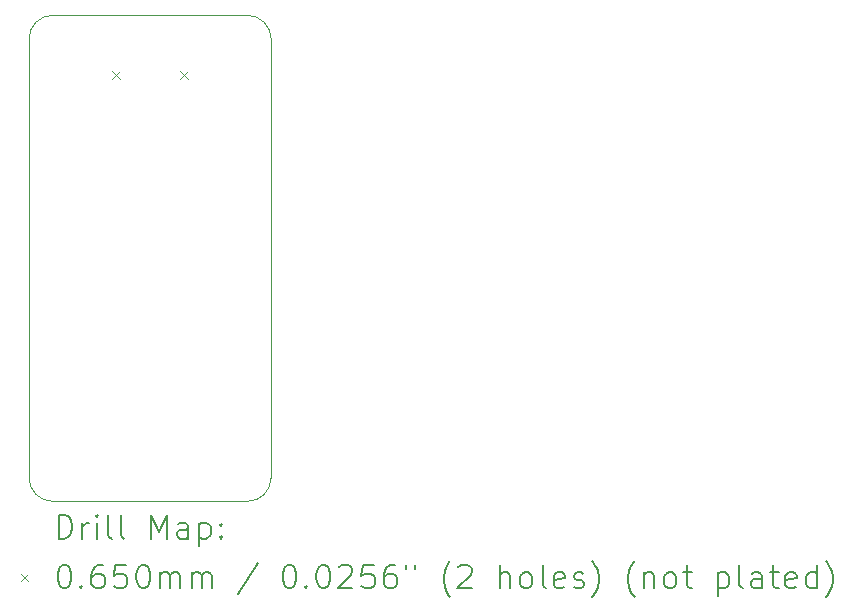
<source format=gbr>
%TF.GenerationSoftware,KiCad,Pcbnew,(6.0.8)*%
%TF.CreationDate,2023-05-03T15:07:50+02:00*%
%TF.ProjectId,Floppy Board v3.1,466c6f70-7079-4204-926f-617264207633,3.0*%
%TF.SameCoordinates,Original*%
%TF.FileFunction,Drillmap*%
%TF.FilePolarity,Positive*%
%FSLAX45Y45*%
G04 Gerber Fmt 4.5, Leading zero omitted, Abs format (unit mm)*
G04 Created by KiCad (PCBNEW (6.0.8)) date 2023-05-03 15:07:50*
%MOMM*%
%LPD*%
G01*
G04 APERTURE LIST*
%ADD10C,0.100000*%
%ADD11C,0.200000*%
%ADD12C,0.065000*%
G04 APERTURE END LIST*
D10*
X15181200Y-11080800D02*
X15181200Y-7366000D01*
X15381200Y-7166000D02*
X17031200Y-7166000D01*
X17031200Y-11280800D02*
G75*
G03*
X17231200Y-11080800I0J200000D01*
G01*
X15181200Y-11080800D02*
G75*
G03*
X15381200Y-11280800I200000J0D01*
G01*
X15381200Y-7166000D02*
G75*
G03*
X15181200Y-7366000I0J-200000D01*
G01*
X17031200Y-11280800D02*
X15381200Y-11280800D01*
X17231200Y-7366000D02*
G75*
G03*
X17031200Y-7166000I-200000J0D01*
G01*
X17231200Y-7366000D02*
X17231200Y-11080800D01*
D11*
D12*
X15884200Y-7640550D02*
X15949200Y-7705550D01*
X15949200Y-7640550D02*
X15884200Y-7705550D01*
X16462200Y-7640550D02*
X16527200Y-7705550D01*
X16527200Y-7640550D02*
X16462200Y-7705550D01*
D11*
X15433819Y-11596276D02*
X15433819Y-11396276D01*
X15481438Y-11396276D01*
X15510009Y-11405800D01*
X15529057Y-11424848D01*
X15538581Y-11443895D01*
X15548105Y-11481990D01*
X15548105Y-11510562D01*
X15538581Y-11548657D01*
X15529057Y-11567705D01*
X15510009Y-11586752D01*
X15481438Y-11596276D01*
X15433819Y-11596276D01*
X15633819Y-11596276D02*
X15633819Y-11462943D01*
X15633819Y-11501038D02*
X15643343Y-11481990D01*
X15652867Y-11472467D01*
X15671914Y-11462943D01*
X15690962Y-11462943D01*
X15757628Y-11596276D02*
X15757628Y-11462943D01*
X15757628Y-11396276D02*
X15748105Y-11405800D01*
X15757628Y-11415324D01*
X15767152Y-11405800D01*
X15757628Y-11396276D01*
X15757628Y-11415324D01*
X15881438Y-11596276D02*
X15862390Y-11586752D01*
X15852867Y-11567705D01*
X15852867Y-11396276D01*
X15986200Y-11596276D02*
X15967152Y-11586752D01*
X15957628Y-11567705D01*
X15957628Y-11396276D01*
X16214771Y-11596276D02*
X16214771Y-11396276D01*
X16281438Y-11539133D01*
X16348105Y-11396276D01*
X16348105Y-11596276D01*
X16529057Y-11596276D02*
X16529057Y-11491514D01*
X16519533Y-11472467D01*
X16500486Y-11462943D01*
X16462390Y-11462943D01*
X16443343Y-11472467D01*
X16529057Y-11586752D02*
X16510009Y-11596276D01*
X16462390Y-11596276D01*
X16443343Y-11586752D01*
X16433819Y-11567705D01*
X16433819Y-11548657D01*
X16443343Y-11529609D01*
X16462390Y-11520086D01*
X16510009Y-11520086D01*
X16529057Y-11510562D01*
X16624295Y-11462943D02*
X16624295Y-11662943D01*
X16624295Y-11472467D02*
X16643343Y-11462943D01*
X16681438Y-11462943D01*
X16700486Y-11472467D01*
X16710009Y-11481990D01*
X16719533Y-11501038D01*
X16719533Y-11558181D01*
X16710009Y-11577228D01*
X16700486Y-11586752D01*
X16681438Y-11596276D01*
X16643343Y-11596276D01*
X16624295Y-11586752D01*
X16805248Y-11577228D02*
X16814771Y-11586752D01*
X16805248Y-11596276D01*
X16795724Y-11586752D01*
X16805248Y-11577228D01*
X16805248Y-11596276D01*
X16805248Y-11472467D02*
X16814771Y-11481990D01*
X16805248Y-11491514D01*
X16795724Y-11481990D01*
X16805248Y-11472467D01*
X16805248Y-11491514D01*
D12*
X15111200Y-11893300D02*
X15176200Y-11958300D01*
X15176200Y-11893300D02*
X15111200Y-11958300D01*
D11*
X15471914Y-11816276D02*
X15490962Y-11816276D01*
X15510009Y-11825800D01*
X15519533Y-11835324D01*
X15529057Y-11854371D01*
X15538581Y-11892467D01*
X15538581Y-11940086D01*
X15529057Y-11978181D01*
X15519533Y-11997228D01*
X15510009Y-12006752D01*
X15490962Y-12016276D01*
X15471914Y-12016276D01*
X15452867Y-12006752D01*
X15443343Y-11997228D01*
X15433819Y-11978181D01*
X15424295Y-11940086D01*
X15424295Y-11892467D01*
X15433819Y-11854371D01*
X15443343Y-11835324D01*
X15452867Y-11825800D01*
X15471914Y-11816276D01*
X15624295Y-11997228D02*
X15633819Y-12006752D01*
X15624295Y-12016276D01*
X15614771Y-12006752D01*
X15624295Y-11997228D01*
X15624295Y-12016276D01*
X15805248Y-11816276D02*
X15767152Y-11816276D01*
X15748105Y-11825800D01*
X15738581Y-11835324D01*
X15719533Y-11863895D01*
X15710009Y-11901990D01*
X15710009Y-11978181D01*
X15719533Y-11997228D01*
X15729057Y-12006752D01*
X15748105Y-12016276D01*
X15786200Y-12016276D01*
X15805248Y-12006752D01*
X15814771Y-11997228D01*
X15824295Y-11978181D01*
X15824295Y-11930562D01*
X15814771Y-11911514D01*
X15805248Y-11901990D01*
X15786200Y-11892467D01*
X15748105Y-11892467D01*
X15729057Y-11901990D01*
X15719533Y-11911514D01*
X15710009Y-11930562D01*
X16005248Y-11816276D02*
X15910009Y-11816276D01*
X15900486Y-11911514D01*
X15910009Y-11901990D01*
X15929057Y-11892467D01*
X15976676Y-11892467D01*
X15995724Y-11901990D01*
X16005248Y-11911514D01*
X16014771Y-11930562D01*
X16014771Y-11978181D01*
X16005248Y-11997228D01*
X15995724Y-12006752D01*
X15976676Y-12016276D01*
X15929057Y-12016276D01*
X15910009Y-12006752D01*
X15900486Y-11997228D01*
X16138581Y-11816276D02*
X16157628Y-11816276D01*
X16176676Y-11825800D01*
X16186200Y-11835324D01*
X16195724Y-11854371D01*
X16205248Y-11892467D01*
X16205248Y-11940086D01*
X16195724Y-11978181D01*
X16186200Y-11997228D01*
X16176676Y-12006752D01*
X16157628Y-12016276D01*
X16138581Y-12016276D01*
X16119533Y-12006752D01*
X16110009Y-11997228D01*
X16100486Y-11978181D01*
X16090962Y-11940086D01*
X16090962Y-11892467D01*
X16100486Y-11854371D01*
X16110009Y-11835324D01*
X16119533Y-11825800D01*
X16138581Y-11816276D01*
X16290962Y-12016276D02*
X16290962Y-11882943D01*
X16290962Y-11901990D02*
X16300486Y-11892467D01*
X16319533Y-11882943D01*
X16348105Y-11882943D01*
X16367152Y-11892467D01*
X16376676Y-11911514D01*
X16376676Y-12016276D01*
X16376676Y-11911514D02*
X16386200Y-11892467D01*
X16405248Y-11882943D01*
X16433819Y-11882943D01*
X16452867Y-11892467D01*
X16462390Y-11911514D01*
X16462390Y-12016276D01*
X16557628Y-12016276D02*
X16557628Y-11882943D01*
X16557628Y-11901990D02*
X16567152Y-11892467D01*
X16586200Y-11882943D01*
X16614771Y-11882943D01*
X16633819Y-11892467D01*
X16643343Y-11911514D01*
X16643343Y-12016276D01*
X16643343Y-11911514D02*
X16652867Y-11892467D01*
X16671914Y-11882943D01*
X16700486Y-11882943D01*
X16719533Y-11892467D01*
X16729057Y-11911514D01*
X16729057Y-12016276D01*
X17119533Y-11806752D02*
X16948105Y-12063895D01*
X17376676Y-11816276D02*
X17395724Y-11816276D01*
X17414771Y-11825800D01*
X17424295Y-11835324D01*
X17433819Y-11854371D01*
X17443343Y-11892467D01*
X17443343Y-11940086D01*
X17433819Y-11978181D01*
X17424295Y-11997228D01*
X17414771Y-12006752D01*
X17395724Y-12016276D01*
X17376676Y-12016276D01*
X17357629Y-12006752D01*
X17348105Y-11997228D01*
X17338581Y-11978181D01*
X17329057Y-11940086D01*
X17329057Y-11892467D01*
X17338581Y-11854371D01*
X17348105Y-11835324D01*
X17357629Y-11825800D01*
X17376676Y-11816276D01*
X17529057Y-11997228D02*
X17538581Y-12006752D01*
X17529057Y-12016276D01*
X17519533Y-12006752D01*
X17529057Y-11997228D01*
X17529057Y-12016276D01*
X17662390Y-11816276D02*
X17681438Y-11816276D01*
X17700486Y-11825800D01*
X17710010Y-11835324D01*
X17719533Y-11854371D01*
X17729057Y-11892467D01*
X17729057Y-11940086D01*
X17719533Y-11978181D01*
X17710010Y-11997228D01*
X17700486Y-12006752D01*
X17681438Y-12016276D01*
X17662390Y-12016276D01*
X17643343Y-12006752D01*
X17633819Y-11997228D01*
X17624295Y-11978181D01*
X17614771Y-11940086D01*
X17614771Y-11892467D01*
X17624295Y-11854371D01*
X17633819Y-11835324D01*
X17643343Y-11825800D01*
X17662390Y-11816276D01*
X17805248Y-11835324D02*
X17814771Y-11825800D01*
X17833819Y-11816276D01*
X17881438Y-11816276D01*
X17900486Y-11825800D01*
X17910010Y-11835324D01*
X17919533Y-11854371D01*
X17919533Y-11873419D01*
X17910010Y-11901990D01*
X17795724Y-12016276D01*
X17919533Y-12016276D01*
X18100486Y-11816276D02*
X18005248Y-11816276D01*
X17995724Y-11911514D01*
X18005248Y-11901990D01*
X18024295Y-11892467D01*
X18071914Y-11892467D01*
X18090962Y-11901990D01*
X18100486Y-11911514D01*
X18110010Y-11930562D01*
X18110010Y-11978181D01*
X18100486Y-11997228D01*
X18090962Y-12006752D01*
X18071914Y-12016276D01*
X18024295Y-12016276D01*
X18005248Y-12006752D01*
X17995724Y-11997228D01*
X18281438Y-11816276D02*
X18243343Y-11816276D01*
X18224295Y-11825800D01*
X18214771Y-11835324D01*
X18195724Y-11863895D01*
X18186200Y-11901990D01*
X18186200Y-11978181D01*
X18195724Y-11997228D01*
X18205248Y-12006752D01*
X18224295Y-12016276D01*
X18262390Y-12016276D01*
X18281438Y-12006752D01*
X18290962Y-11997228D01*
X18300486Y-11978181D01*
X18300486Y-11930562D01*
X18290962Y-11911514D01*
X18281438Y-11901990D01*
X18262390Y-11892467D01*
X18224295Y-11892467D01*
X18205248Y-11901990D01*
X18195724Y-11911514D01*
X18186200Y-11930562D01*
X18376676Y-11816276D02*
X18376676Y-11854371D01*
X18452867Y-11816276D02*
X18452867Y-11854371D01*
X18748105Y-12092467D02*
X18738581Y-12082943D01*
X18719533Y-12054371D01*
X18710010Y-12035324D01*
X18700486Y-12006752D01*
X18690962Y-11959133D01*
X18690962Y-11921038D01*
X18700486Y-11873419D01*
X18710010Y-11844848D01*
X18719533Y-11825800D01*
X18738581Y-11797228D01*
X18748105Y-11787705D01*
X18814771Y-11835324D02*
X18824295Y-11825800D01*
X18843343Y-11816276D01*
X18890962Y-11816276D01*
X18910010Y-11825800D01*
X18919533Y-11835324D01*
X18929057Y-11854371D01*
X18929057Y-11873419D01*
X18919533Y-11901990D01*
X18805248Y-12016276D01*
X18929057Y-12016276D01*
X19167152Y-12016276D02*
X19167152Y-11816276D01*
X19252867Y-12016276D02*
X19252867Y-11911514D01*
X19243343Y-11892467D01*
X19224295Y-11882943D01*
X19195724Y-11882943D01*
X19176676Y-11892467D01*
X19167152Y-11901990D01*
X19376676Y-12016276D02*
X19357629Y-12006752D01*
X19348105Y-11997228D01*
X19338581Y-11978181D01*
X19338581Y-11921038D01*
X19348105Y-11901990D01*
X19357629Y-11892467D01*
X19376676Y-11882943D01*
X19405248Y-11882943D01*
X19424295Y-11892467D01*
X19433819Y-11901990D01*
X19443343Y-11921038D01*
X19443343Y-11978181D01*
X19433819Y-11997228D01*
X19424295Y-12006752D01*
X19405248Y-12016276D01*
X19376676Y-12016276D01*
X19557629Y-12016276D02*
X19538581Y-12006752D01*
X19529057Y-11987705D01*
X19529057Y-11816276D01*
X19710010Y-12006752D02*
X19690962Y-12016276D01*
X19652867Y-12016276D01*
X19633819Y-12006752D01*
X19624295Y-11987705D01*
X19624295Y-11911514D01*
X19633819Y-11892467D01*
X19652867Y-11882943D01*
X19690962Y-11882943D01*
X19710010Y-11892467D01*
X19719533Y-11911514D01*
X19719533Y-11930562D01*
X19624295Y-11949609D01*
X19795724Y-12006752D02*
X19814771Y-12016276D01*
X19852867Y-12016276D01*
X19871914Y-12006752D01*
X19881438Y-11987705D01*
X19881438Y-11978181D01*
X19871914Y-11959133D01*
X19852867Y-11949609D01*
X19824295Y-11949609D01*
X19805248Y-11940086D01*
X19795724Y-11921038D01*
X19795724Y-11911514D01*
X19805248Y-11892467D01*
X19824295Y-11882943D01*
X19852867Y-11882943D01*
X19871914Y-11892467D01*
X19948105Y-12092467D02*
X19957629Y-12082943D01*
X19976676Y-12054371D01*
X19986200Y-12035324D01*
X19995724Y-12006752D01*
X20005248Y-11959133D01*
X20005248Y-11921038D01*
X19995724Y-11873419D01*
X19986200Y-11844848D01*
X19976676Y-11825800D01*
X19957629Y-11797228D01*
X19948105Y-11787705D01*
X20310010Y-12092467D02*
X20300486Y-12082943D01*
X20281438Y-12054371D01*
X20271914Y-12035324D01*
X20262390Y-12006752D01*
X20252867Y-11959133D01*
X20252867Y-11921038D01*
X20262390Y-11873419D01*
X20271914Y-11844848D01*
X20281438Y-11825800D01*
X20300486Y-11797228D01*
X20310010Y-11787705D01*
X20386200Y-11882943D02*
X20386200Y-12016276D01*
X20386200Y-11901990D02*
X20395724Y-11892467D01*
X20414771Y-11882943D01*
X20443343Y-11882943D01*
X20462390Y-11892467D01*
X20471914Y-11911514D01*
X20471914Y-12016276D01*
X20595724Y-12016276D02*
X20576676Y-12006752D01*
X20567152Y-11997228D01*
X20557629Y-11978181D01*
X20557629Y-11921038D01*
X20567152Y-11901990D01*
X20576676Y-11892467D01*
X20595724Y-11882943D01*
X20624295Y-11882943D01*
X20643343Y-11892467D01*
X20652867Y-11901990D01*
X20662390Y-11921038D01*
X20662390Y-11978181D01*
X20652867Y-11997228D01*
X20643343Y-12006752D01*
X20624295Y-12016276D01*
X20595724Y-12016276D01*
X20719533Y-11882943D02*
X20795724Y-11882943D01*
X20748105Y-11816276D02*
X20748105Y-11987705D01*
X20757629Y-12006752D01*
X20776676Y-12016276D01*
X20795724Y-12016276D01*
X21014771Y-11882943D02*
X21014771Y-12082943D01*
X21014771Y-11892467D02*
X21033819Y-11882943D01*
X21071914Y-11882943D01*
X21090962Y-11892467D01*
X21100486Y-11901990D01*
X21110010Y-11921038D01*
X21110010Y-11978181D01*
X21100486Y-11997228D01*
X21090962Y-12006752D01*
X21071914Y-12016276D01*
X21033819Y-12016276D01*
X21014771Y-12006752D01*
X21224295Y-12016276D02*
X21205248Y-12006752D01*
X21195724Y-11987705D01*
X21195724Y-11816276D01*
X21386200Y-12016276D02*
X21386200Y-11911514D01*
X21376676Y-11892467D01*
X21357629Y-11882943D01*
X21319533Y-11882943D01*
X21300486Y-11892467D01*
X21386200Y-12006752D02*
X21367152Y-12016276D01*
X21319533Y-12016276D01*
X21300486Y-12006752D01*
X21290962Y-11987705D01*
X21290962Y-11968657D01*
X21300486Y-11949609D01*
X21319533Y-11940086D01*
X21367152Y-11940086D01*
X21386200Y-11930562D01*
X21452867Y-11882943D02*
X21529057Y-11882943D01*
X21481438Y-11816276D02*
X21481438Y-11987705D01*
X21490962Y-12006752D01*
X21510010Y-12016276D01*
X21529057Y-12016276D01*
X21671914Y-12006752D02*
X21652867Y-12016276D01*
X21614771Y-12016276D01*
X21595724Y-12006752D01*
X21586200Y-11987705D01*
X21586200Y-11911514D01*
X21595724Y-11892467D01*
X21614771Y-11882943D01*
X21652867Y-11882943D01*
X21671914Y-11892467D01*
X21681438Y-11911514D01*
X21681438Y-11930562D01*
X21586200Y-11949609D01*
X21852867Y-12016276D02*
X21852867Y-11816276D01*
X21852867Y-12006752D02*
X21833819Y-12016276D01*
X21795724Y-12016276D01*
X21776676Y-12006752D01*
X21767152Y-11997228D01*
X21757629Y-11978181D01*
X21757629Y-11921038D01*
X21767152Y-11901990D01*
X21776676Y-11892467D01*
X21795724Y-11882943D01*
X21833819Y-11882943D01*
X21852867Y-11892467D01*
X21929057Y-12092467D02*
X21938581Y-12082943D01*
X21957629Y-12054371D01*
X21967152Y-12035324D01*
X21976676Y-12006752D01*
X21986200Y-11959133D01*
X21986200Y-11921038D01*
X21976676Y-11873419D01*
X21967152Y-11844848D01*
X21957629Y-11825800D01*
X21938581Y-11797228D01*
X21929057Y-11787705D01*
M02*

</source>
